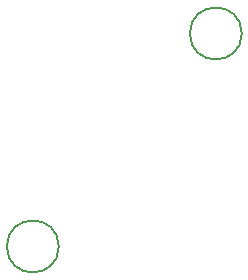
<source format=gbr>
%TF.GenerationSoftware,KiCad,Pcbnew,(6.0.11-0)*%
%TF.CreationDate,2024-03-07T11:04:15-05:00*%
%TF.ProjectId,CamperLightsSMD,43616d70-6572-44c6-9967-687473534d44,rev?*%
%TF.SameCoordinates,Original*%
%TF.FileFunction,Other,Comment*%
%FSLAX46Y46*%
G04 Gerber Fmt 4.6, Leading zero omitted, Abs format (unit mm)*
G04 Created by KiCad (PCBNEW (6.0.11-0)) date 2024-03-07 11:04:15*
%MOMM*%
%LPD*%
G01*
G04 APERTURE LIST*
%ADD10C,0.150000*%
G04 APERTURE END LIST*
D10*
%TO.C,H2*%
X137328000Y-104648000D02*
G75*
G03*
X137328000Y-104648000I-2200000J0D01*
G01*
%TO.C,H1*%
X152822000Y-86614000D02*
G75*
G03*
X152822000Y-86614000I-2200000J0D01*
G01*
%TD*%
M02*

</source>
